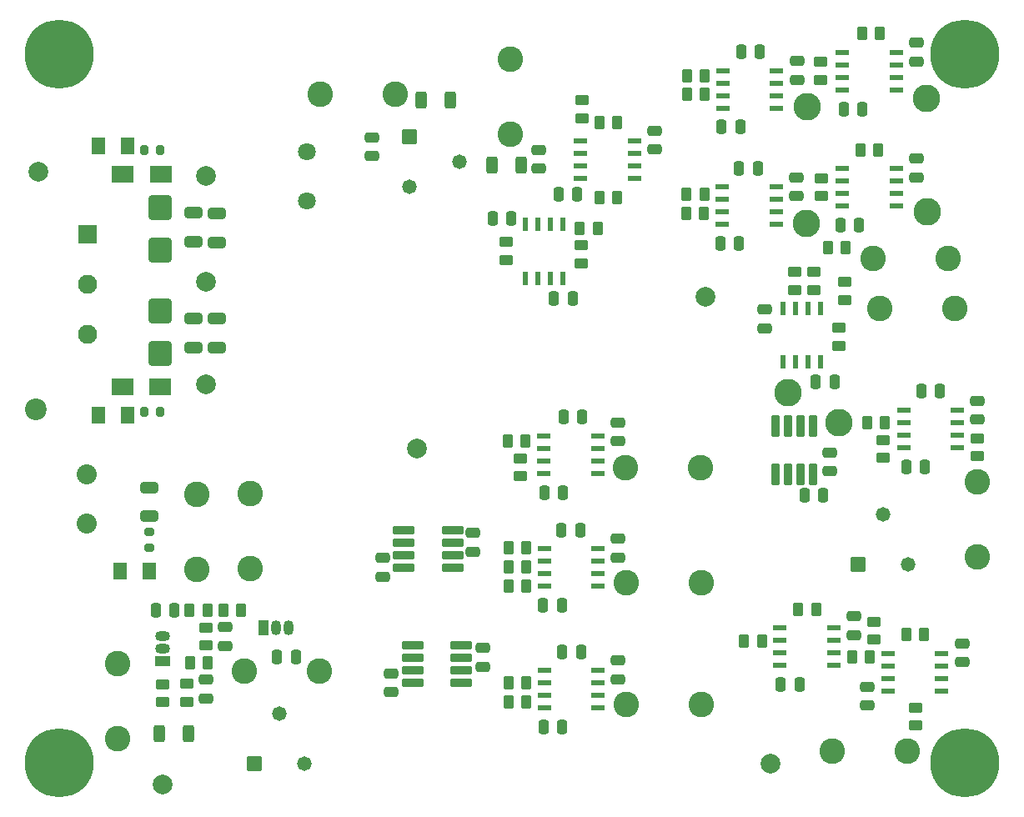
<source format=gts>
%TF.GenerationSoftware,KiCad,Pcbnew,8.0.2*%
%TF.CreationDate,2024-06-23T14:40:44+03:00*%
%TF.ProjectId,Chaos Circuits,4368616f-7320-4436-9972-63756974732e,1*%
%TF.SameCoordinates,Original*%
%TF.FileFunction,Soldermask,Top*%
%TF.FilePolarity,Negative*%
%FSLAX46Y46*%
G04 Gerber Fmt 4.6, Leading zero omitted, Abs format (unit mm)*
G04 Created by KiCad (PCBNEW 8.0.2) date 2024-06-23 14:40:44*
%MOMM*%
%LPD*%
G01*
G04 APERTURE LIST*
G04 Aperture macros list*
%AMRoundRect*
0 Rectangle with rounded corners*
0 $1 Rounding radius*
0 $2 $3 $4 $5 $6 $7 $8 $9 X,Y pos of 4 corners*
0 Add a 4 corners polygon primitive as box body*
4,1,4,$2,$3,$4,$5,$6,$7,$8,$9,$2,$3,0*
0 Add four circle primitives for the rounded corners*
1,1,$1+$1,$2,$3*
1,1,$1+$1,$4,$5*
1,1,$1+$1,$6,$7*
1,1,$1+$1,$8,$9*
0 Add four rect primitives between the rounded corners*
20,1,$1+$1,$2,$3,$4,$5,0*
20,1,$1+$1,$4,$5,$6,$7,0*
20,1,$1+$1,$6,$7,$8,$9,0*
20,1,$1+$1,$8,$9,$2,$3,0*%
G04 Aperture macros list end*
%ADD10RoundRect,0.102000X-0.634000X0.634000X-0.634000X-0.634000X0.634000X-0.634000X0.634000X0.634000X0*%
%ADD11C,1.472000*%
%ADD12R,1.460500X0.558800*%
%ADD13R,0.558800X1.460500*%
%ADD14C,2.032000*%
%ADD15C,2.200000*%
%ADD16RoundRect,0.102000X0.279400X-0.990600X0.279400X0.990600X-0.279400X0.990600X-0.279400X-0.990600X0*%
%ADD17C,2.800000*%
%ADD18C,2.600000*%
%ADD19RoundRect,0.250000X-0.450000X0.262500X-0.450000X-0.262500X0.450000X-0.262500X0.450000X0.262500X0*%
%ADD20RoundRect,0.250000X-0.262500X-0.450000X0.262500X-0.450000X0.262500X0.450000X-0.262500X0.450000X0*%
%ADD21RoundRect,0.102000X-0.634000X-0.634000X0.634000X-0.634000X0.634000X0.634000X-0.634000X0.634000X0*%
%ADD22RoundRect,0.250000X0.450000X-0.262500X0.450000X0.262500X-0.450000X0.262500X-0.450000X-0.262500X0*%
%ADD23RoundRect,0.250000X0.262500X0.450000X-0.262500X0.450000X-0.262500X-0.450000X0.262500X-0.450000X0*%
%ADD24RoundRect,0.250000X-0.312500X-0.625000X0.312500X-0.625000X0.312500X0.625000X-0.312500X0.625000X0*%
%ADD25R,1.050000X1.500000*%
%ADD26O,1.050000X1.500000*%
%ADD27R,1.500000X1.050000*%
%ADD28O,1.500000X1.050000*%
%ADD29RoundRect,0.250000X0.475000X-0.250000X0.475000X0.250000X-0.475000X0.250000X-0.475000X-0.250000X0*%
%ADD30RoundRect,0.250000X-0.250000X-0.475000X0.250000X-0.475000X0.250000X0.475000X-0.250000X0.475000X0*%
%ADD31RoundRect,0.250000X-0.475000X0.250000X-0.475000X-0.250000X0.475000X-0.250000X0.475000X0.250000X0*%
%ADD32RoundRect,0.250000X0.250000X0.475000X-0.250000X0.475000X-0.250000X-0.475000X0.250000X-0.475000X0*%
%ADD33RoundRect,0.200000X-0.200000X-0.275000X0.200000X-0.275000X0.200000X0.275000X-0.200000X0.275000X0*%
%ADD34C,2.000000*%
%ADD35RoundRect,0.200000X-0.275000X0.200000X-0.275000X-0.200000X0.275000X-0.200000X0.275000X0.200000X0*%
%ADD36RoundRect,0.250000X0.900000X-1.000000X0.900000X1.000000X-0.900000X1.000000X-0.900000X-1.000000X0*%
%ADD37R,2.209800X1.701800*%
%ADD38C,3.900000*%
%ADD39C,7.000000*%
%ADD40RoundRect,0.102000X-0.990600X-0.279400X0.990600X-0.279400X0.990600X0.279400X-0.990600X0.279400X0*%
%ADD41RoundRect,0.250000X-0.650000X0.325000X-0.650000X-0.325000X0.650000X-0.325000X0.650000X0.325000X0*%
%ADD42RoundRect,0.250000X0.650000X-0.325000X0.650000X0.325000X-0.650000X0.325000X-0.650000X-0.325000X0*%
%ADD43RoundRect,0.200000X0.200000X0.275000X-0.200000X0.275000X-0.200000X-0.275000X0.200000X-0.275000X0*%
%ADD44RoundRect,0.250001X0.462499X0.624999X-0.462499X0.624999X-0.462499X-0.624999X0.462499X-0.624999X0*%
%ADD45C,1.800000*%
%ADD46R,1.950000X1.950000*%
%ADD47C,1.950000*%
%ADD48RoundRect,0.250001X-0.462499X-0.624999X0.462499X-0.624999X0.462499X0.624999X-0.462499X0.624999X0*%
G04 APERTURE END LIST*
D10*
%TO.C,R4*%
X65665000Y-36720000D03*
D11*
X70745000Y-39260000D03*
X65665000Y-41800000D03*
%TD*%
D12*
%TO.C,U16*%
X114295850Y-89155000D03*
X114295850Y-90425000D03*
X114295850Y-91695000D03*
X114295850Y-92965000D03*
X119744150Y-92965000D03*
X119744150Y-91695000D03*
X119744150Y-90425000D03*
X119744150Y-89155000D03*
%TD*%
%TO.C,U15*%
X103325850Y-86595000D03*
X103325850Y-87865000D03*
X103325850Y-89135000D03*
X103325850Y-90405000D03*
X108774150Y-90405000D03*
X108774150Y-89135000D03*
X108774150Y-87865000D03*
X108774150Y-86595000D03*
%TD*%
%TO.C,U14*%
X115865850Y-64455000D03*
X115865850Y-65725000D03*
X115865850Y-66995000D03*
X115865850Y-68265000D03*
X121314150Y-68265000D03*
X121314150Y-66995000D03*
X121314150Y-65725000D03*
X121314150Y-64455000D03*
%TD*%
D13*
%TO.C,U12*%
X107450000Y-54110000D03*
X106180001Y-54110000D03*
X104910001Y-54110000D03*
X103640002Y-54110000D03*
X103640002Y-59558300D03*
X104910001Y-59558300D03*
X106180001Y-59558300D03*
X107450000Y-59558300D03*
%TD*%
D12*
%TO.C,U11*%
X109675850Y-39910000D03*
X109675850Y-41180000D03*
X109675850Y-42450000D03*
X109675850Y-43720000D03*
X115124150Y-43720000D03*
X115124150Y-42450000D03*
X115124150Y-41180000D03*
X115124150Y-39910000D03*
%TD*%
%TO.C,U10*%
X97475850Y-41805000D03*
X97475850Y-43075000D03*
X97475850Y-44345000D03*
X97475850Y-45615000D03*
X102924150Y-45615000D03*
X102924150Y-44345000D03*
X102924150Y-43075000D03*
X102924150Y-41805000D03*
%TD*%
%TO.C,U9*%
X109675850Y-28145000D03*
X109675850Y-29415000D03*
X109675850Y-30685000D03*
X109675850Y-31955000D03*
X115124150Y-31955000D03*
X115124150Y-30685000D03*
X115124150Y-29415000D03*
X115124150Y-28145000D03*
%TD*%
%TO.C,U8*%
X97531700Y-29960000D03*
X97531700Y-31230000D03*
X97531700Y-32500000D03*
X97531700Y-33770000D03*
X102980000Y-33770000D03*
X102980000Y-32500000D03*
X102980000Y-31230000D03*
X102980000Y-29960000D03*
%TD*%
D14*
%TO.C,J2*%
X32969999Y-70936599D03*
X32969999Y-75936599D03*
%TD*%
D12*
%TO.C,U5*%
X79396700Y-90895000D03*
X79396700Y-92165000D03*
X79396700Y-93435000D03*
X79396700Y-94705000D03*
X84845000Y-94705000D03*
X84845000Y-93435000D03*
X84845000Y-92165000D03*
X84845000Y-90895000D03*
%TD*%
%TO.C,U3*%
X79396700Y-78550000D03*
X79396700Y-79820000D03*
X79396700Y-81090000D03*
X79396700Y-82360000D03*
X84845000Y-82360000D03*
X84845000Y-81090000D03*
X84845000Y-79820000D03*
X84845000Y-78550000D03*
%TD*%
%TO.C,U4*%
X79346700Y-67090000D03*
X79346700Y-68360000D03*
X79346700Y-69630000D03*
X79346700Y-70900000D03*
X84795000Y-70900000D03*
X84795000Y-69630000D03*
X84795000Y-68360000D03*
X84795000Y-67090000D03*
%TD*%
D13*
%TO.C,U2*%
X81274999Y-51059150D03*
X80005000Y-51059150D03*
X78735000Y-51059150D03*
X77465001Y-51059150D03*
X77465001Y-45610850D03*
X78735000Y-45610850D03*
X80005000Y-45610850D03*
X81274999Y-45610850D03*
%TD*%
D12*
%TO.C,U1*%
X83071700Y-37125000D03*
X83071700Y-38395000D03*
X83071700Y-39665000D03*
X83071700Y-40935000D03*
X88520000Y-40935000D03*
X88520000Y-39665000D03*
X88520000Y-38395000D03*
X88520000Y-37125000D03*
%TD*%
D15*
%TO.C,TP1*%
X27757000Y-64400000D03*
%TD*%
D16*
%TO.C,U13*%
X102885000Y-70963800D03*
X104155000Y-70963800D03*
X105425000Y-70963800D03*
X106695000Y-70963800D03*
X106695000Y-66036200D03*
X105425000Y-66036200D03*
X104155000Y-66036200D03*
X102885000Y-66036200D03*
%TD*%
D17*
%TO.C,TP27*%
X109300000Y-65720000D03*
%TD*%
%TO.C,TP25*%
X104150000Y-62650000D03*
%TD*%
%TO.C,TP23*%
X118250000Y-44290000D03*
%TD*%
%TO.C,TP22*%
X118220000Y-32790000D03*
%TD*%
%TO.C,TP21*%
X106010000Y-45500000D03*
%TD*%
%TO.C,TP20*%
X106070000Y-33680000D03*
%TD*%
D18*
%TO.C,TP19*%
X108600000Y-99110000D03*
X116220000Y-99110000D03*
%TD*%
%TO.C,TP18*%
X123380000Y-79380000D03*
X123380000Y-71760000D03*
%TD*%
%TO.C,TP17*%
X112730000Y-49020000D03*
X120350000Y-49020000D03*
%TD*%
%TO.C,TP16*%
X113440000Y-54150000D03*
X121060000Y-54150000D03*
%TD*%
%TO.C,TP15*%
X49547500Y-80515000D03*
X49547500Y-72895000D03*
%TD*%
%TO.C,TP14*%
X44127500Y-80600000D03*
X44127500Y-72980000D03*
%TD*%
%TO.C,TP13*%
X48897500Y-90960000D03*
X56517500Y-90960000D03*
%TD*%
%TO.C,TP12*%
X36072500Y-90229999D03*
X36072500Y-97849999D03*
%TD*%
D19*
%TO.C,R50*%
X117070000Y-94667500D03*
X117070000Y-96492500D03*
%TD*%
%TO.C,R49*%
X123380000Y-67317500D03*
X123380000Y-69142500D03*
%TD*%
D20*
%TO.C,R48*%
X108157500Y-47990000D03*
X109982500Y-47990000D03*
%TD*%
D19*
%TO.C,R47*%
X109900000Y-51417500D03*
X109900000Y-53242500D03*
%TD*%
D20*
%TO.C,R46*%
X116117500Y-87250000D03*
X117942500Y-87250000D03*
%TD*%
D19*
%TO.C,R45*%
X112850000Y-85937500D03*
X112850000Y-87762500D03*
%TD*%
D20*
%TO.C,R44*%
X105157500Y-84700000D03*
X106982500Y-84700000D03*
%TD*%
%TO.C,R43*%
X110617500Y-89530000D03*
X112442500Y-89530000D03*
%TD*%
%TO.C,R42*%
X99657500Y-87870000D03*
X101482500Y-87870000D03*
%TD*%
D21*
%TO.C,R41*%
X111230000Y-80080000D03*
D11*
X113770000Y-75000000D03*
X116310000Y-80080000D03*
%TD*%
D22*
%TO.C,R40*%
X113790000Y-69302500D03*
X113790000Y-67477500D03*
%TD*%
D20*
%TO.C,R39*%
X112167500Y-65720000D03*
X113992500Y-65720000D03*
%TD*%
D19*
%TO.C,R38*%
X109310000Y-56077500D03*
X109310000Y-57902500D03*
%TD*%
D22*
%TO.C,R37*%
X104800000Y-52252500D03*
X104800000Y-50427500D03*
%TD*%
D19*
%TO.C,R36*%
X106740000Y-50437500D03*
X106740000Y-52262500D03*
%TD*%
D20*
%TO.C,R35*%
X111477500Y-38030000D03*
X113302500Y-38030000D03*
%TD*%
D22*
%TO.C,R34*%
X107490000Y-42735000D03*
X107490000Y-40910000D03*
%TD*%
D20*
%TO.C,R33*%
X93797500Y-44480000D03*
X95622500Y-44480000D03*
%TD*%
%TO.C,R32*%
X93805000Y-42540000D03*
X95630000Y-42540000D03*
%TD*%
D22*
%TO.C,R31*%
X107470000Y-30922500D03*
X107470000Y-29097500D03*
%TD*%
D20*
%TO.C,R30*%
X111627500Y-26230000D03*
X113452500Y-26230000D03*
%TD*%
%TO.C,R29*%
X93857500Y-32410000D03*
X95682500Y-32410000D03*
%TD*%
%TO.C,R28*%
X93867500Y-30480000D03*
X95692500Y-30480000D03*
%TD*%
D23*
%TO.C,R27*%
X48622500Y-84740000D03*
X46797500Y-84740000D03*
%TD*%
D24*
%TO.C,R26*%
X40335000Y-97315000D03*
X43260000Y-97315000D03*
%TD*%
D21*
%TO.C,R25*%
X49932500Y-100360000D03*
D11*
X52472500Y-95280000D03*
X55012500Y-100360000D03*
%TD*%
D22*
%TO.C,R24*%
X43060001Y-94052500D03*
X43060001Y-92227500D03*
%TD*%
D23*
%TO.C,R23*%
X45197500Y-84790000D03*
X43372500Y-84790000D03*
%TD*%
D22*
%TO.C,R22*%
X45060000Y-88340000D03*
X45060000Y-86515000D03*
%TD*%
D20*
%TO.C,R21*%
X43422500Y-90090000D03*
X45247500Y-90090000D03*
%TD*%
D22*
%TO.C,R20*%
X40635000Y-94102500D03*
X40635000Y-92277500D03*
%TD*%
D25*
%TO.C,Q2*%
X50872500Y-86515000D03*
D26*
X52142501Y-86515000D03*
X53412500Y-86515000D03*
%TD*%
D27*
%TO.C,Q1*%
X40635000Y-89980000D03*
D28*
X40635000Y-88709999D03*
X40635000Y-87440000D03*
%TD*%
D29*
%TO.C,C49*%
X112210000Y-94469999D03*
X112210000Y-92570001D03*
%TD*%
%TO.C,C48*%
X121810000Y-90039999D03*
X121810000Y-88140001D03*
%TD*%
D30*
%TO.C,C47*%
X103410000Y-92320000D03*
X105310000Y-92320000D03*
%TD*%
D29*
%TO.C,C46*%
X110830000Y-87279999D03*
X110830000Y-85380001D03*
%TD*%
D30*
%TO.C,C45*%
X116130000Y-70180000D03*
X118030000Y-70180000D03*
%TD*%
D29*
%TO.C,C44*%
X123370000Y-65429998D03*
X123370000Y-63530000D03*
%TD*%
D30*
%TO.C,C43*%
X117640000Y-62530000D03*
X119540000Y-62530000D03*
%TD*%
%TO.C,C42*%
X105820000Y-73130000D03*
X107720000Y-73130000D03*
%TD*%
D31*
%TO.C,C41*%
X101730000Y-54230001D03*
X101730000Y-56129999D03*
%TD*%
D30*
%TO.C,C40*%
X106950000Y-61610000D03*
X108850000Y-61610000D03*
%TD*%
D31*
%TO.C,C39*%
X108350000Y-68770001D03*
X108350000Y-70669999D03*
%TD*%
D30*
%TO.C,C38*%
X109460000Y-45630000D03*
X111360000Y-45630000D03*
%TD*%
D29*
%TO.C,C37*%
X117200000Y-40809999D03*
X117200000Y-38910001D03*
%TD*%
D30*
%TO.C,C36*%
X97240001Y-47540000D03*
X99139999Y-47540000D03*
%TD*%
D29*
%TO.C,C35*%
X105000000Y-42729999D03*
X105000000Y-40830001D03*
%TD*%
D30*
%TO.C,C34*%
X109790000Y-33890000D03*
X111690000Y-33890000D03*
%TD*%
D29*
%TO.C,C33*%
X117180000Y-29049999D03*
X117180000Y-27150001D03*
%TD*%
D30*
%TO.C,C32*%
X99180000Y-39890000D03*
X101080000Y-39890000D03*
%TD*%
%TO.C,C31*%
X97380000Y-35700000D03*
X99280000Y-35700000D03*
%TD*%
D29*
%TO.C,C30*%
X105050000Y-30889999D03*
X105050000Y-28990001D03*
%TD*%
D30*
%TO.C,C29*%
X99370000Y-28030000D03*
X101270000Y-28030000D03*
%TD*%
%TO.C,C28*%
X52247501Y-89540000D03*
X54147499Y-89540000D03*
%TD*%
D32*
%TO.C,C27*%
X41834999Y-84740000D03*
X39935001Y-84740000D03*
%TD*%
D31*
%TO.C,C26*%
X47010000Y-86490001D03*
X47010000Y-88389999D03*
%TD*%
%TO.C,C25*%
X45035000Y-91815002D03*
X45035000Y-93715000D03*
%TD*%
D29*
%TO.C,C8*%
X90595000Y-37959998D03*
X90595000Y-36060000D03*
%TD*%
D33*
%TO.C,R1*%
X38750000Y-64600000D03*
X40400000Y-64600000D03*
%TD*%
D34*
%TO.C,FID1*%
X28040000Y-40280000D03*
%TD*%
D30*
%TO.C,C15*%
X81170000Y-84250000D03*
X79270000Y-84250000D03*
%TD*%
D35*
%TO.C,R3*%
X39270000Y-76795000D03*
X39270000Y-78445000D03*
%TD*%
D30*
%TO.C,C10*%
X80370000Y-53110000D03*
X82270000Y-53110000D03*
%TD*%
D34*
%TO.C,TP3*%
X95750000Y-52970000D03*
%TD*%
D24*
%TO.C,R6*%
X66915000Y-33000000D03*
X69840000Y-33000000D03*
%TD*%
D29*
%TO.C,C23*%
X73120000Y-90524999D03*
X73120000Y-88625001D03*
%TD*%
D20*
%TO.C,R7*%
X84970000Y-42835000D03*
X86795000Y-42835000D03*
%TD*%
D30*
%TO.C,C17*%
X79370000Y-72800000D03*
X81270000Y-72800000D03*
%TD*%
D36*
%TO.C,D2*%
X40400000Y-48200002D03*
X40400000Y-43900000D03*
%TD*%
D23*
%TO.C,R9*%
X84820000Y-45985000D03*
X82995000Y-45985000D03*
%TD*%
D34*
%TO.C,TP5*%
X45000000Y-61800000D03*
%TD*%
D29*
%TO.C,C19*%
X86895000Y-91775000D03*
X86895000Y-89875002D03*
%TD*%
D37*
%TO.C,D3*%
X36539200Y-62100000D03*
X40400000Y-62100000D03*
%TD*%
D34*
%TO.C,TP4*%
X66470000Y-68380000D03*
%TD*%
D38*
%TO.C,H4*%
X30100000Y-100300000D03*
D39*
X30100000Y-100300000D03*
%TD*%
D24*
%TO.C,R5*%
X74102500Y-39550000D03*
X77027500Y-39550000D03*
%TD*%
D18*
%TO.C,TP8*%
X75945000Y-36435000D03*
X75945000Y-28815000D03*
%TD*%
D40*
%TO.C,U6*%
X65142400Y-76615000D03*
X65142400Y-77885000D03*
X65142400Y-79155000D03*
X65142400Y-80425000D03*
X70070000Y-80425000D03*
X70070000Y-79155000D03*
X70070000Y-77885000D03*
X70070000Y-76615000D03*
%TD*%
D31*
%TO.C,C6*%
X61920000Y-36760000D03*
X61920000Y-38659998D03*
%TD*%
D34*
%TO.C,FID2*%
X102380000Y-100320000D03*
%TD*%
D20*
%TO.C,R14*%
X75732500Y-78450000D03*
X77557500Y-78450000D03*
%TD*%
D38*
%TO.C,H2*%
X122100000Y-28300000D03*
D39*
X122100000Y-28300000D03*
%TD*%
D18*
%TO.C,TP7*%
X64240000Y-32410000D03*
X56620000Y-32410000D03*
%TD*%
D41*
%TO.C,C2*%
X43800000Y-44424999D03*
X43800000Y-47375001D03*
%TD*%
%TO.C,C3*%
X46100000Y-55149998D03*
X46100000Y-58100000D03*
%TD*%
D29*
%TO.C,C14*%
X86895000Y-79425000D03*
X86895000Y-77525002D03*
%TD*%
D42*
%TO.C,C5*%
X39270000Y-75245001D03*
X39270000Y-72294999D03*
%TD*%
D36*
%TO.C,D1*%
X40400000Y-58700002D03*
X40400000Y-54400000D03*
%TD*%
D34*
%TO.C,TP6*%
X45000000Y-40700000D03*
%TD*%
D31*
%TO.C,C22*%
X62970000Y-79475001D03*
X62970000Y-81374999D03*
%TD*%
D20*
%TO.C,R19*%
X75657500Y-67575000D03*
X77482500Y-67575000D03*
%TD*%
D43*
%TO.C,R2*%
X40400000Y-38000000D03*
X38750000Y-38000000D03*
%TD*%
D32*
%TO.C,C11*%
X76045000Y-44985000D03*
X74145002Y-44985000D03*
%TD*%
D29*
%TO.C,C7*%
X78840000Y-39925000D03*
X78840000Y-38025002D03*
%TD*%
%TO.C,C21*%
X72170000Y-78825000D03*
X72170000Y-76925002D03*
%TD*%
D44*
%TO.C,D5*%
X37075000Y-65000000D03*
X34100000Y-65000000D03*
%TD*%
D20*
%TO.C,R11*%
X84970000Y-35235000D03*
X86795000Y-35235000D03*
%TD*%
D19*
%TO.C,R8*%
X83245000Y-32960000D03*
X83245000Y-34785000D03*
%TD*%
D30*
%TO.C,C18*%
X81195000Y-89000000D03*
X83095000Y-89000000D03*
%TD*%
D45*
%TO.C,L1*%
X55270000Y-38235000D03*
X55270000Y-43235000D03*
%TD*%
D20*
%TO.C,R17*%
X75732500Y-92150000D03*
X77557500Y-92150000D03*
%TD*%
D30*
%TO.C,C20*%
X81195000Y-96600000D03*
X79295000Y-96600000D03*
%TD*%
D19*
%TO.C,R13*%
X83170000Y-47735000D03*
X83170000Y-49560000D03*
%TD*%
D41*
%TO.C,C1*%
X43800000Y-55124999D03*
X43800000Y-58075001D03*
%TD*%
D34*
%TO.C,FID3*%
X40630000Y-102490000D03*
%TD*%
D20*
%TO.C,R18*%
X75732500Y-94075000D03*
X77557500Y-94075000D03*
%TD*%
D40*
%TO.C,U7*%
X66006200Y-88345000D03*
X66006200Y-89615000D03*
X66006200Y-90885000D03*
X66006200Y-92155000D03*
X70933800Y-92155000D03*
X70933800Y-90885000D03*
X70933800Y-89615000D03*
X70933800Y-88345000D03*
%TD*%
D18*
%TO.C,TP11*%
X87710000Y-82000000D03*
X95330000Y-82000000D03*
%TD*%
D30*
%TO.C,C13*%
X81145000Y-76625000D03*
X83045000Y-76625000D03*
%TD*%
D18*
%TO.C,TP9*%
X87710000Y-94350000D03*
X95330000Y-94350000D03*
%TD*%
D46*
%TO.C,J1*%
X33000000Y-46600000D03*
D47*
X33000000Y-51679999D03*
X33000000Y-56760000D03*
%TD*%
D48*
%TO.C,D6*%
X34125000Y-37600000D03*
X37100000Y-37600000D03*
%TD*%
D34*
%TO.C,TP2*%
X45000000Y-51400000D03*
%TD*%
D18*
%TO.C,TP10*%
X87660000Y-70300000D03*
X95280000Y-70300000D03*
%TD*%
D48*
%TO.C,D8*%
X36307500Y-80770000D03*
X39282500Y-80770000D03*
%TD*%
D30*
%TO.C,C12*%
X81345000Y-65150000D03*
X83245000Y-65150000D03*
%TD*%
D41*
%TO.C,C4*%
X46100000Y-44449998D03*
X46100000Y-47400000D03*
%TD*%
D20*
%TO.C,R15*%
X75732500Y-80400000D03*
X77557500Y-80400000D03*
%TD*%
D31*
%TO.C,C24*%
X63820000Y-91175000D03*
X63820000Y-93074998D03*
%TD*%
D22*
%TO.C,R12*%
X76920000Y-71162500D03*
X76920000Y-69337500D03*
%TD*%
D32*
%TO.C,C9*%
X82719998Y-42535000D03*
X80820000Y-42535000D03*
%TD*%
D29*
%TO.C,C16*%
X86845000Y-67625000D03*
X86845000Y-65725002D03*
%TD*%
D19*
%TO.C,R10*%
X75545000Y-47385000D03*
X75545000Y-49210000D03*
%TD*%
D38*
%TO.C,H3*%
X122100000Y-100300000D03*
D39*
X122100000Y-100300000D03*
%TD*%
D20*
%TO.C,R16*%
X75732500Y-82300000D03*
X77557500Y-82300000D03*
%TD*%
D37*
%TO.C,D4*%
X40430400Y-40500000D03*
X36569600Y-40500000D03*
%TD*%
D39*
%TO.C,H1*%
X30100000Y-28300000D03*
D38*
X30100000Y-28300000D03*
%TD*%
M02*

</source>
